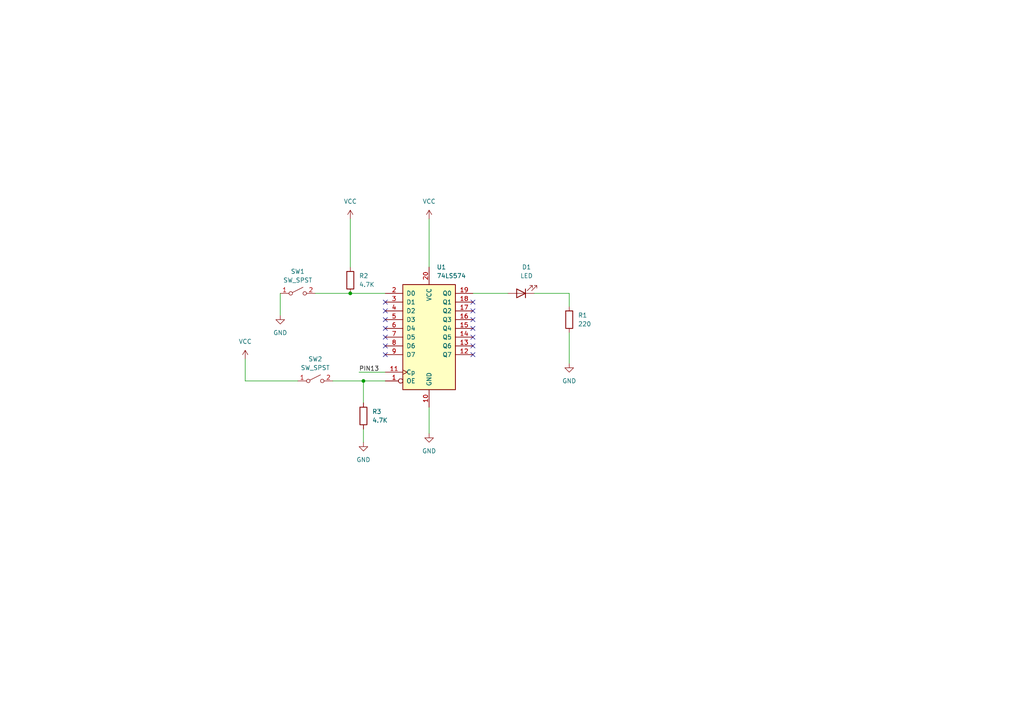
<source format=kicad_sch>
(kicad_sch (version 20230121) (generator eeschema)
  (paper "A4")
  (lib_symbols
    (symbol "74xx:74LS574" (pin_names (offset 1.016))
      (property "Reference" "U" (at -7.62 16.51 0))
      (property "Value" "74LS574" (at -7.62 -16.51 0))
      (symbol "74LS574_1_0"
        (pin input inverted (at -12.7 -12.7 0) (length 5.08) (name "OE") (number "1"))
        (pin power_in line (at 0 -20.32 90) (length 5.08) (name "GND") (number "10"))
        (pin input clock (at -12.7 -10.16 0) (length 5.08) (name "Cp") (number "11"))
        (pin tri_state line (at 12.7 -5.08 180) (length 5.08) (name "Q7") (number "12"))
        (pin tri_state line (at 12.7 -2.54 180) (length 5.08) (name "Q6") (number "13"))
        (pin tri_state line (at 12.7 0 180) (length 5.08) (name "Q5") (number "14"))
        (pin tri_state line (at 12.7 2.54 180) (length 5.08) (name "Q4") (number "15"))
        (pin tri_state line (at 12.7 5.08 180) (length 5.08) (name "Q3") (number "16"))
        (pin tri_state line (at 12.7 7.62 180) (length 5.08) (name "Q2") (number "17"))
        (pin tri_state line (at 12.7 10.16 180) (length 5.08) (name "Q1") (number "18"))
        (pin tri_state line (at 12.7 12.7 180) (length 5.08) (name "Q0") (number "19"))
        (pin input line (at -12.7 12.7 0) (length 5.08) (name "D0") (number "2"))
        (pin power_in line (at 0 20.32 270) (length 5.08) (name "VCC") (number "20"))
        (pin input line (at -12.7 10.16 0) (length 5.08) (name "D1") (number "3"))
        (pin input line (at -12.7 7.62 0) (length 5.08) (name "D2") (number "4"))
        (pin input line (at -12.7 5.08 0) (length 5.08) (name "D3") (number "5"))
        (pin input line (at -12.7 2.54 0) (length 5.08) (name "D4") (number "6"))
        (pin input line (at -12.7 0 0) (length 5.08) (name "D5") (number "7"))
        (pin input line (at -12.7 -2.54 0) (length 5.08) (name "D6") (number "8"))
        (pin input line (at -12.7 -5.08 0) (length 5.08) (name "D7") (number "9"))
      )
      (symbol "74LS574_1_1"
        (rectangle (start -7.62 15.24) (end 7.62 -15.24) (stroke (width 0.254)) (fill (type background)))
      )
    )
    (symbol "Device:LED" (pin_numbers hide) (pin_names (offset 1.016) hide)
      (property "Reference" "D" (at 0 2.54 0))
      (property "Value" "LED" (at 0 -2.54 0))
      (symbol "LED_0_1"
        (polyline (pts (xy -1.27 -1.27) (xy -1.27 1.27)) (stroke (width 0.254)))
        (polyline (pts (xy -1.27 0) (xy 1.27 0)))
        (polyline (pts (xy 1.27 -1.27) (xy 1.27 1.27) (xy -1.27 0) (xy 1.27 -1.27)) (stroke (width 0.254)))
        (polyline (pts (xy -3.048 -0.762) (xy -4.572 -2.286) (xy -3.81 -2.286) (xy -4.572 -2.286) (xy -4.572 -1.524)))
        (polyline (pts (xy -1.778 -0.762) (xy -3.302 -2.286) (xy -2.54 -2.286) (xy -3.302 -2.286) (xy -3.302 -1.524)))
      )
      (symbol "LED_1_1"
        (pin passive line (at -3.81 0 0) (length 2.54) (name "K") (number "1"))
        (pin passive line (at 3.81 0 180) (length 2.54) (name "A") (number "2"))
      )
    )
    (symbol "Device:R" (pin_numbers hide) (pin_names (offset 0))
      (property "Reference" "R" (at 2.032 0 90))
      (property "Value" "R" (at 0 0 90))
      (symbol "R_0_1"
        (rectangle (start -1.016 -2.54) (end 1.016 2.54) (stroke (width 0.254)))
      )
      (symbol "R_1_1"
        (pin passive line (at 0 3.81 270) (length 1.27) (name "~") (number "1"))
        (pin passive line (at 0 -3.81 90) (length 1.27) (name "~") (number "2"))
      )
    )
    (symbol "Switch:SW_SPST" (pin_names (offset 0) hide)
      (property "Reference" "SW" (at 0 3.175 0))
      (property "Value" "SW_SPST" (at 0 -2.54 0))
      (symbol "SW_SPST_0_0"
        (circle (center -2.032 0) (radius 0.508))
        (polyline (pts (xy -1.524 0.254) (xy 1.524 1.778)))
        (circle (center 2.032 0) (radius 0.508))
      )
      (symbol "SW_SPST_1_1"
        (pin passive line (at -5.08 0 0) (length 2.54) (name "A") (number "1"))
        (pin passive line (at 5.08 0 180) (length 2.54) (name "B") (number "2"))
      )
    )
    (symbol "power:GND" (power) (pin_names (offset 0))
      (property "Value" "GND" (at 0 -3.81 0))
      (symbol "GND_0_1"
        (polyline (pts (xy 0 0) (xy 0 -1.27) (xy 1.27 -1.27) (xy 0 -2.54) (xy -1.27 -1.27) (xy 0 -1.27)))
      )
      (symbol "GND_1_1"
        (pin power_in line (at 0 0 270) (length 0) hide (name "GND") (number "1"))
      )
    )
    (symbol "power:VCC" (power) (pin_names (offset 0))
      (property "Value" "VCC" (at 0 3.81 0))
      (symbol "VCC_0_1"
        (polyline (pts (xy -0.762 1.27) (xy 0 2.54)))
        (polyline (pts (xy 0 0) (xy 0 2.54)))
        (polyline (pts (xy 0 2.54) (xy 0.762 1.27)))
      )
      (symbol "VCC_1_1"
        (pin power_in line (at 0 0 90) (length 0) hide (name "VCC") (number "1"))
      )
    )
  )
  (junction (at 105.41 110.49))
  (junction (at 101.6 85.09))
  (no_connect (at 111.76 97.79))
  (no_connect (at 111.76 102.87))
  (no_connect (at 137.16 97.79))
  (no_connect (at 111.76 92.71))
  (no_connect (at 111.76 95.25))
  (no_connect (at 111.76 87.63))
  (no_connect (at 137.16 100.33))
  (no_connect (at 137.16 90.17))
  (no_connect (at 111.76 100.33))
  (no_connect (at 111.76 90.17))
  (no_connect (at 137.16 102.87))
  (no_connect (at 137.16 95.25))
  (no_connect (at 137.16 87.63))
  (no_connect (at 137.16 92.71))
  (wire (pts (xy 101.6 85.09) (xy 111.76 85.09)))
  (wire (pts (xy 124.46 63.5) (xy 124.46 77.47)))
  (wire (pts (xy 137.16 85.09) (xy 147.32 85.09)))
  (wire (pts (xy 124.46 118.11) (xy 124.46 125.73)))
  (wire (pts (xy 105.41 110.49) (xy 111.76 110.49)))
  (wire (pts (xy 96.52 110.49) (xy 105.41 110.49)))
  (wire (pts (xy 81.28 85.09) (xy 81.28 91.44)))
  (wire (pts (xy 104.14 107.95) (xy 111.76 107.95)))
  (wire (pts (xy 71.12 104.14) (xy 71.12 110.49)))
  (wire (pts (xy 165.1 96.52) (xy 165.1 105.41)))
  (wire (pts (xy 165.1 85.09) (xy 165.1 88.9)))
  (wire (pts (xy 154.94 85.09) (xy 165.1 85.09)))
  (wire (pts (xy 101.6 63.5) (xy 101.6 77.47)))
  (wire (pts (xy 105.41 110.49) (xy 105.41 116.84)))
  (wire (pts (xy 105.41 124.46) (xy 105.41 128.27)))
  (wire (pts (xy 91.44 85.09) (xy 101.6 85.09)))
  (wire (pts (xy 86.36 110.49) (xy 71.12 110.49)))
  (label "PIN13" (at 104.14 107.95 0))
  (symbol (lib_id "74xx:74LS574") (at 124.46 97.79 0) (unit 1)
    (property "Reference" "U1" (at 126.6541 77.47 0) (effects (justify left)))
    (property "Value" "74LS574" (at 126.6541 80.01 0) (effects (justify left)))
    (property "Datasheet" "http://www.ti.com/lit/gpn/sn74LS574" (effects hide))
  )
  (symbol (lib_id "power:VCC") (at 101.6 63.5 0) (unit 1)
    (property "Reference" "#PWR03" (effects hide))
    (property "Value" "VCC" (at 101.6 58.42 0))
  )
  (symbol (lib_id "Switch:SW_SPST") (at 86.36 85.09 0) (unit 1)
    (property "Reference" "SW1" (at 86.36 78.74 0))
    (property "Value" "SW_SPST" (at 86.36 81.28 0))
  )
  (symbol (lib_id "power:VCC") (at 71.12 104.14 0) (unit 1)
    (property "Reference" "#PWR07" (effects hide))
    (property "Value" "VCC" (at 71.12 99.06 0))
  )
  (symbol (lib_id "power:VCC") (at 124.46 63.5 0) (unit 1)
    (property "Reference" "#PWR02" (effects hide))
    (property "Value" "VCC" (at 124.46 58.42 0))
  )
  (symbol (lib_id "power:GND") (at 124.46 125.73 0) (unit 1)
    (property "Reference" "#PWR05" (effects hide))
    (property "Value" "GND" (at 124.46 130.81 0))
  )
  (symbol (lib_id "Device:LED") (at 151.13 85.09 180) (unit 1)
    (property "Reference" "D1" (at 152.7175 77.47 0))
    (property "Value" "LED" (at 152.7175 80.01 0))
  )
  (symbol (lib_id "Device:R") (at 105.41 120.65 0) (unit 1)
    (property "Reference" "R3" (at 107.95 119.38 0) (effects (justify left)))
    (property "Value" "4.7K" (at 107.95 121.92 0) (effects (justify left)))
  )
  (symbol (lib_id "power:GND") (at 81.28 91.44 0) (unit 1)
    (property "Reference" "#PWR04" (effects hide))
    (property "Value" "GND" (at 81.28 96.52 0))
  )
  (symbol (lib_id "power:GND") (at 165.1 105.41 0) (unit 1)
    (property "Reference" "#PWR01" (effects hide))
    (property "Value" "GND" (at 165.1 110.49 0))
  )
  (symbol (lib_id "power:GND") (at 105.41 128.27 0) (unit 1)
    (property "Reference" "#PWR06" (effects hide))
    (property "Value" "GND" (at 105.41 133.35 0))
  )
  (symbol (lib_id "Switch:SW_SPST") (at 91.44 110.49 0) (unit 1)
    (property "Reference" "SW2" (at 91.44 104.14 0))
    (property "Value" "SW_SPST" (at 91.44 106.68 0))
  )
  (symbol (lib_id "Device:R") (at 165.1 92.71 0) (unit 1)
    (property "Reference" "R1" (at 167.64 91.44 0) (effects (justify left)))
    (property "Value" "220" (at 167.64 93.98 0) (effects (justify left)))
  )
  (symbol (lib_id "Device:R") (at 101.6 81.28 0) (unit 1)
    (property "Reference" "R2" (at 104.14 80.01 0) (effects (justify left)))
    (property "Value" "4.7K" (at 104.14 82.55 0) (effects (justify left)))
  )
)
</source>
